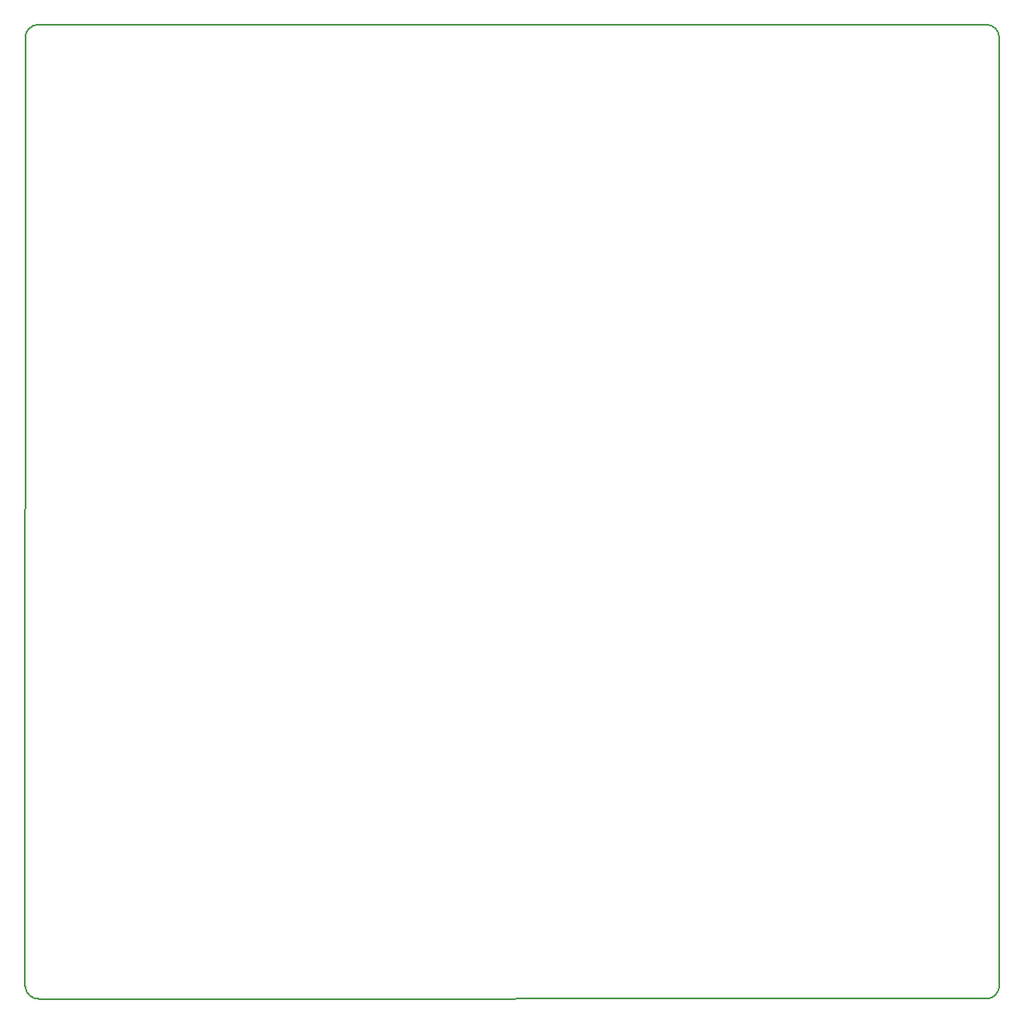
<source format=gbr>
%TF.GenerationSoftware,KiCad,Pcbnew,(6.0.7)*%
%TF.CreationDate,2022-10-05T08:16:40+03:00*%
%TF.ProjectId,irigatii2,69726967-6174-4696-9932-2e6b69636164,rev?*%
%TF.SameCoordinates,Original*%
%TF.FileFunction,Profile,NP*%
%FSLAX46Y46*%
G04 Gerber Fmt 4.6, Leading zero omitted, Abs format (unit mm)*
G04 Created by KiCad (PCBNEW (6.0.7)) date 2022-10-05 08:16:40*
%MOMM*%
%LPD*%
G01*
G04 APERTURE LIST*
%TA.AperFunction,Profile*%
%ADD10C,0.150000*%
%TD*%
G04 APERTURE END LIST*
D10*
X28912780Y-80877533D02*
G75*
G03*
X27565448Y-82299928I22280J-1370417D01*
G01*
X27559000Y-179500667D02*
X27565448Y-82299928D01*
X127529559Y-82227378D02*
G75*
G03*
X126107071Y-80880047I-1370459J-22322D01*
G01*
X126179621Y-180844073D02*
X28981400Y-180847999D01*
X28912780Y-80877528D02*
X126107071Y-80880047D01*
X127529471Y-82227379D02*
X127526953Y-179421673D01*
X126179622Y-180844159D02*
G75*
G03*
X127526953Y-179421673I-22322J1370459D01*
G01*
X27558995Y-179500667D02*
G75*
G03*
X28981400Y-180847999I1370405J22267D01*
G01*
M02*

</source>
